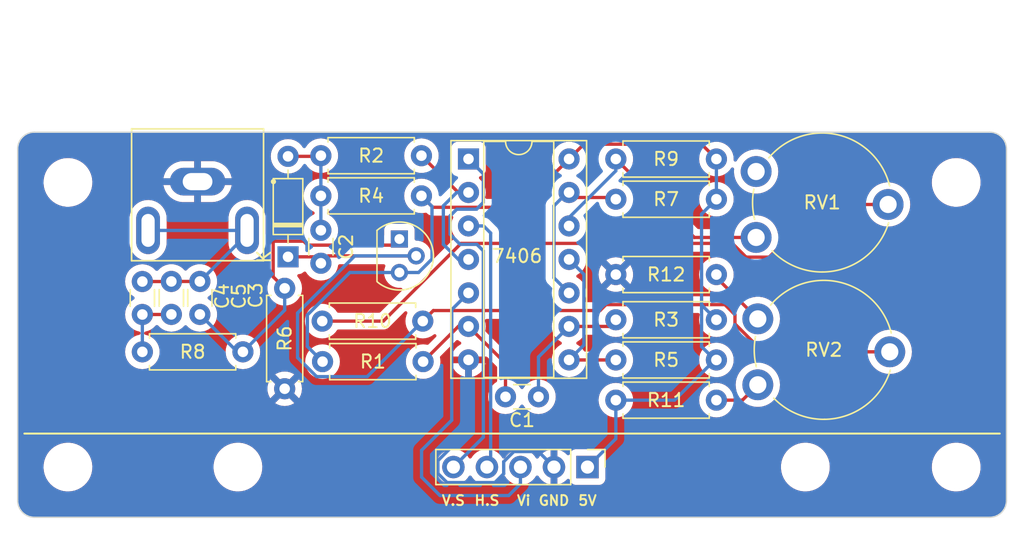
<source format=kicad_pcb>
(kicad_pcb (version 20240108) (generator "pcbnew") (generator_version "8.0")
  (layers (0 "F.Cu" signal) (31 "B.Cu" signal) (34 "B.Paste" user) (35 "F.Paste" user) (36 "B.SilkS" user "B.Silkscreen") (37 "F.SilkS" user "F.Silkscreen") (38 "B.Mask" user) (39 "F.Mask" user) (44 "Edge.Cuts" user))
  (net 0 "")
  (net 1 "Net-(C1-Pad1)")
  (net 2 "Net-(C1-Pad2)")
  (net 3 "Net-(D1-A)")
  (net 4 "B_VIDEO")
  (net 5 "Net-(Q1-E)")
  (net 6 "COMPOSITE")
  (net 7 "Net-(C4-Pad2)")
  (net 8 "+5V")
  (net 9 "Net-(R2-Pad1)")
  (net 10 "Net-(R5-Pad1)")
  (net 11 "GND")
  (net 12 "Net-(R7-Pad1)")
  (net 13 "Net-(R9-Pad1)")
  (net 14 "Net-(R10-Pad1)")
  (net 15 "Net-(R11-Pad1)")
  (net 16 "Net-(R12-Pad2)")
  (net 18 "V_SYNC")
  (net 19 "H_SYNC")
  (net 20 "VIDEO")
  (footprint "MountingHole:MountingHole_3.2mm_M3" (layer "F.Cu") (at 50.8 85.09)
    (property "Reference" "H3" (hide yes))
    (property "Value" "MountingHole")
    (pad "" np_thru_hole circle (at 0 0) (size 3.2 3.2) (drill 3.2) (layers "*.Cu" "*.Mask"))
  )
  (footprint "Capacitor_THT:C_Disc_D3.0mm_W1.6mm_P2.50mm" (layer "F.Cu") (at 56.4388 92.6084 -90)
    (property "Reference" "C4" (at 1.1176 -6.0452 90) (layer "F.SilkS"))
    (property "Value" "0.1uF MKT")
    (fp_line (start 0.621 0.92) (end 1.879 0.92) (stroke (width 0.12)) (layer "F.SilkS"))
    (fp_line (start 0.621 -0.92) (end 1.879 -0.92) (stroke (width 0.12)) (layer "F.SilkS"))
    (pad "1" thru_hole circle (at 0 0 270) (size 1.6 1.6) (drill 0.8) (layers "*.Cu" "*.Mask") (net 6 "COMPOSITE"))
    (pad "2" thru_hole circle (at 2.5 0 270) (size 1.6 1.6) (drill 0.8) (layers "*.Cu" "*.Mask") (net 7 "Net-(C4-Pad2)"))
  )
  (footprint "Connector_PinHeader_2.54mm:PinHeader_1x05_P2.54mm_Vertical" (layer "F.Cu") (at 90.17 106.68 -90)
    (property "Reference" "J2" (hide yes))
    (property "Value" "Conn_01x05_Male")
    (fp_line (start -1.33 11.49) (end 1.33 11.49) (stroke (width 0.12)) (layer "F.SilkS"))
    (fp_line (start -1.33 1.27) (end -1.33 11.49) (stroke (width 0.12)) (layer "F.SilkS"))
    (fp_line (start -1.33 1.27) (end 1.33 1.27) (stroke (width 0.12)) (layer "F.SilkS"))
    (fp_line (start 1.33 1.27) (end 1.33 11.49) (stroke (width 0.12)) (layer "F.SilkS"))
    (fp_line (start -1.33 0) (end -1.33 -1.33) (stroke (width 0.12)) (layer "F.SilkS"))
    (fp_line (start -1.33 -1.33) (end 0 -1.33) (stroke (width 0.12)) (layer "F.SilkS"))
    (pad "1" thru_hole rect (at 0 0 270) (size 1.7 1.7) (drill 1) (layers "*.Cu" "*.Mask") (net 8 "+5V"))
    (pad "2" thru_hole oval (at 0 2.54 270) (size 1.7 1.7) (drill 1) (layers "*.Cu" "*.Mask") (net 11 "GND"))
    (pad "3" thru_hole oval (at 0 5.08 270) (size 1.7 1.7) (drill 1) (layers "*.Cu" "*.Mask") (net 20 "VIDEO"))
    (pad "4" thru_hole oval (at 0 7.62 270) (size 1.7 1.7) (drill 1) (layers "*.Cu" "*.Mask") (net 19 "H_SYNC"))
    (pad "5" thru_hole oval (at 0 10.16 270) (size 1.7 1.7) (drill 1) (layers "*.Cu" "*.Mask") (net 18 "V_SYNC"))
  )
  (footprint "Capacitor_THT:C_Disc_D3.0mm_W1.6mm_P2.50mm" (layer "F.Cu") (at 58.6368 92.6014 -90)
    (property "Reference" "C5" (at 1.1246 -5.1172 90) (layer "F.SilkS"))
    (property "Value" "10uF")
    (fp_line (start 0.621 0.92) (end 1.879 0.92) (stroke (width 0.12)) (layer "F.SilkS"))
    (fp_line (start 0.621 -0.92) (end 1.879 -0.92) (stroke (width 0.12)) (layer "F.SilkS"))
    (pad "1" thru_hole circle (at 0 0 270) (size 1.6 1.6) (drill 0.8) (layers "*.Cu" "*.Mask") (net 6 "COMPOSITE"))
    (pad "2" thru_hole circle (at 2.5 0 270) (size 1.6 1.6) (drill 0.8) (layers "*.Cu" "*.Mask") (net 7 "Net-(C4-Pad2)"))
  )
  (footprint "Resistor_THT:R_Axial_DIN0207_L6.3mm_D2.5mm_P7.62mm_Horizontal" (layer "F.Cu") (at 64.0588 97.9424 180)
    (property "Reference" "R8" (at 3.81 0 0) (layer "F.SilkS"))
    (property "Value" "68R")
    (fp_line (start 7.08 1.37) (end 7.08 1.04) (stroke (width 0.12)) (layer "F.SilkS"))
    (fp_line (start 7.08 -1.37) (end 7.08 -1.04) (stroke (width 0.12)) (layer "F.SilkS"))
    (fp_line (start 0.54 1.37) (end 7.08 1.37) (stroke (width 0.12)) (layer "F.SilkS"))
    (fp_line (start 0.54 1.04) (end 0.54 1.37) (stroke (width 0.12)) (layer "F.SilkS"))
    (fp_line (start 0.54 -1.04) (end 0.54 -1.37) (stroke (width 0.12)) (layer "F.SilkS"))
    (fp_line (start 0.54 -1.37) (end 7.08 -1.37) (stroke (width 0.12)) (layer "F.SilkS"))
    (pad "1" thru_hole circle (at 0 0 180) (size 1.6 1.6) (drill 0.8) (layers "*.Cu" "*.Mask") (net 5 "Net-(Q1-E)"))
    (pad "2" thru_hole oval (at 7.62 0 180) (size 1.6 1.6) (drill 0.8) (layers "*.Cu" "*.Mask") (net 7 "Net-(C4-Pad2)"))
  )
  (footprint "Resistor_THT:R_Axial_DIN0207_L6.3mm_D2.5mm_P7.62mm_Horizontal" (layer "F.Cu") (at 92.319 92.08)
    (property "Reference" "R12" (at 3.81 0 0) (layer "F.SilkS"))
    (property "Value" "180R")
    (fp_line (start 0.54 -1.37) (end 7.08 -1.37) (stroke (width 0.12)) (layer "F.SilkS"))
    (fp_line (start 0.54 -1.04) (end 0.54 -1.37) (stroke (width 0.12)) (layer "F.SilkS"))
    (fp_line (start 0.54 1.04) (end 0.54 1.37) (stroke (width 0.12)) (layer "F.SilkS"))
    (fp_line (start 0.54 1.37) (end 7.08 1.37) (stroke (width 0.12)) (layer "F.SilkS"))
    (fp_line (start 7.08 -1.37) (end 7.08 -1.04) (stroke (width 0.12)) (layer "F.SilkS"))
    (fp_line (start 7.08 1.37) (end 7.08 1.04) (stroke (width 0.12)) (layer "F.SilkS"))
    (pad "1" thru_hole circle (at 0 0) (size 1.6 1.6) (drill 0.8) (layers "*.Cu" "*.Mask") (net 11 "GND"))
    (pad "2" thru_hole oval (at 7.62 0) (size 1.6 1.6) (drill 0.8) (layers "*.Cu" "*.Mask") (net 16 "Net-(R12-Pad2)"))
  )
  (footprint "Package_DIP:DIP-14_W7.62mm_Socket" (layer "F.Cu") (at 81.153 83.312)
    (property "Reference" "U1" (hide yes))
    (property "Value" "74LS06")
    (fp_line (start -1.33 -1.39) (end -1.33 16.63) (stroke (width 0.12)) (layer "F.SilkS"))
    (fp_line (start -1.33 16.63) (end 8.95 16.63) (stroke (width 0.12)) (layer "F.SilkS"))
    (fp_line (start 1.16 -1.33) (end 1.16 16.57) (stroke (width 0.12)) (layer "F.SilkS"))
    (fp_line (start 1.16 16.57) (end 6.46 16.57) (stroke (width 0.12)) (layer "F.SilkS"))
    (fp_line (start 2.81 -1.33) (end 1.16 -1.33) (stroke (width 0.12)) (layer "F.SilkS"))
    (fp_line (start 6.46 -1.33) (end 4.81 -1.33) (stroke (width 0.12)) (layer "F.SilkS"))
    (fp_line (start 6.46 16.57) (end 6.46 -1.33) (stroke (width 0.12)) (layer "F.SilkS"))
    (fp_line (start 8.95 -1.39) (end -1.33 -1.39) (stroke (width 0.12)) (layer "F.SilkS"))
    (fp_line (start 8.95 16.63) (end 8.95 -1.39) (stroke (width 0.12)) (layer "F.SilkS"))
    (fp_arc (start 4.81 -1.33) (mid 3.81 -0.33) (end 2.81 -1.33) (stroke (width 0.12)) (layer "F.SilkS"))
    (pad "1" thru_hole rect (at 0 0) (size 1.6 1.6) (drill 0.8) (layers "*.Cu" "*.Mask") (net 18 "V_SYNC"))
    (pad "2" thru_hole oval (at 0 2.54) (size 1.6 1.6) (drill 0.8) (layers "*.Cu" "*.Mask") (net 9 "Net-(R2-Pad1)"))
    (pad "3" thru_hole oval (at 0 5.08) (size 1.6 1.6) (drill 0.8) (layers "*.Cu" "*.Mask") (net 19 "H_SYNC"))
    (pad "4" thru_hole oval (at 0 7.62) (size 1.6 1.6) (drill 0.8) (layers "*.Cu" "*.Mask") (net 9 "Net-(R2-Pad1)"))
    (pad "5" thru_hole oval (at 0 10.16) (size 1.6 1.6) (drill 0.8) (layers "*.Cu" "*.Mask") (net 20 "VIDEO"))
    (pad "6" thru_hole oval (at 0 12.7) (size 1.6 1.6) (drill 0.8) (layers "*.Cu" "*.Mask") (net 1 "Net-(C1-Pad1)"))
    (pad "7" thru_hole oval (at 0 15.24) (size 1.6 1.6) (drill 0.8) (layers "*.Cu" "*.Mask") (net 11 "GND"))
    (pad "8" thru_hole oval (at 7.62 15.24) (size 1.6 1.6) (drill 0.8) (layers "*.Cu" "*.Mask") (net 10 "Net-(R5-Pad1)"))
    (pad "9" thru_hole oval (at 7.62 12.7) (size 1.6 1.6) (drill 0.8) (layers "*.Cu" "*.Mask") (net 2 "Net-(C1-Pad2)"))
    (pad "10" thru_hole oval (at 7.62 10.16) (size 1.6 1.6) (drill 0.8) (layers "*.Cu" "*.Mask") (net 12 "Net-(R7-Pad1)"))
    (pad "11" thru_hole oval (at 7.62 7.62) (size 1.6 1.6) (drill 0.8) (layers "*.Cu" "*.Mask") (net 10 "Net-(R5-Pad1)"))
    (pad "12" thru_hole oval (at 7.62 5.08) (size 1.6 1.6) (drill 0.8) (layers "*.Cu" "*.Mask") (net 13 "Net-(R9-Pad1)"))
    (pad "13" thru_hole oval (at 7.62 2.54) (size 1.6 1.6) (drill 0.8) (layers "*.Cu" "*.Mask") (net 12 "Net-(R7-Pad1)"))
    (pad "14" thru_hole oval (at 7.62 0) (size 1.6 1.6) (drill 0.8) (layers "*.Cu" "*.Mask") (net 8 "+5V"))
  )
  (footprint "MountingHole:MountingHole_3.2mm_M3" (layer "F.Cu") (at 50.8 106.68)
    (property "Reference" "H6" (hide yes))
    (property "Value" "MountingHole" (hide yes))
    (pad "" np_thru_hole circle (at 0 0) (size 3.2 3.2) (drill 3.2) (layers "*.Cu" "*.Mask"))
  )
  (footprint "Resistor_THT:R_Axial_DIN0207_L6.3mm_D2.5mm_P7.62mm_Horizontal" (layer "F.Cu") (at 92.319 83.317)
    (property "Reference" "R9" (at 3.81 0 0) (layer "F.SilkS"))
    (property "Value" "390R")
    (fp_line (start 0.54 -1.37) (end 7.08 -1.37) (stroke (width 0.12)) (layer "F.SilkS"))
    (fp_line (start 0.54 -1.04) (end 0.54 -1.37) (stroke (width 0.12)) (layer "F.SilkS"))
    (fp_line (start 0.54 1.04) (end 0.54 1.37) (stroke (width 0.12)) (layer "F.SilkS"))
    (fp_line (start 0.54 1.37) (end 7.08 1.37) (stroke (width 0.12)) (layer "F.SilkS"))
    (fp_line (start 7.08 -1.37) (end 7.08 -1.04) (stroke (width 0.12)) (layer "F.SilkS"))
    (fp_line (start 7.08 1.37) (end 7.08 1.04) (stroke (width 0.12)) (layer "F.SilkS"))
    (pad "1" thru_hole circle (at 0 0) (size 1.6 1.6) (drill 0.8) (layers "*.Cu" "*.Mask") (net 13 "Net-(R9-Pad1)"))
    (pad "2" thru_hole oval (at 7.62 0) (size 1.6 1.6) (drill 0.8) (layers "*.Cu" "*.Mask") (net 8 "+5V"))
  )
  (footprint "MountingHole:MountingHole_3.2mm_M3" (layer "F.Cu") (at 63.68 106.68)
    (property "Reference" "H2" (hide yes))
    (property "Value" "MountingHole" (hide yes))
    (pad "" np_thru_hole circle (at 0 0) (size 3.2 3.2) (drill 3.2) (layers "*.Cu" "*.Mask"))
  )
  (footprint "Resistor_THT:R_Axial_DIN0207_L6.3mm_D2.5mm_P7.62mm_Horizontal" (layer "F.Cu") (at 92.319 86.365)
    (property "Reference" "R7" (at 3.81 0 0) (layer "F.SilkS"))
    (property "Value" "270R")
    (fp_line (start 0.54 -1.37) (end 7.08 -1.37) (stroke (width 0.12)) (layer "F.SilkS"))
    (fp_line (start 0.54 -1.04) (end 0.54 -1.37) (stroke (width 0.12)) (layer "F.SilkS"))
    (fp_line (start 0.54 1.04) (end 0.54 1.37) (stroke (width 0.12)) (layer "F.SilkS"))
    (fp_line (start 0.54 1.37) (end 7.08 1.37) (stroke (width 0.12)) (layer "F.SilkS"))
    (fp_line (start 7.08 -1.37) (end 7.08 -1.04) (stroke (width 0.12)) (layer "F.SilkS"))
    (fp_line (start 7.08 1.37) (end 7.08 1.04) (stroke (width 0.12)) (layer "F.SilkS"))
    (pad "1" thru_hole circle (at 0 0) (size 1.6 1.6) (drill 0.8) (layers "*.Cu" "*.Mask") (net 12 "Net-(R7-Pad1)"))
    (pad "2" thru_hole oval (at 7.62 0) (size 1.6 1.6) (drill 0.8) (layers "*.Cu" "*.Mask") (net 8 "+5V"))
  )
  (footprint "Package_TO_SOT_THT:TO-92L" (layer "F.Cu") (at 75.9178 89.383 -90)
    (property "Reference" "Q1" (hide yes))
    (property "Value" "2N2222")
    (fp_line (start -0.65 1.7) (end 3.2 1.7) (stroke (width 0.12)) (layer "F.SilkS"))
    (fp_arc (start -0.65 1.7) (mid 1.283448 -2.579449) (end 3.238611 1.690122) (stroke (width 0.12)) (layer "F.SilkS"))
    (pad "1" thru_hole rect (at 0 0 270) (size 1.3 1.3) (drill 0.75) (layers "*.Cu" "*.Mask") (net 5 "Net-(Q1-E)"))
    (pad "2" thru_hole circle (at 1.28 -1.27 270) (size 1.3 1.3) (drill 0.75) (layers "*.Cu" "*.Mask") (net 4 "B_VIDEO"))
    (pad "3" thru_hole circle (at 2.54 0 270) (size 1.3 1.3) (drill 0.75) (layers "*.Cu" "*.Mask") (net 8 "+5V"))
  )
  (footprint "Capacitor_THT:C_Disc_D3.0mm_W1.6mm_P2.50mm" (layer "F.Cu") (at 69.967 88.7218 -90)
    (property "Reference" "C2" (at 1.25 -1.915 90) (layer "F.SilkS"))
    (property "Value" "0.22uF MKT")
    (fp_line (start 0.621 0.92) (end 1.879 0.92) (stroke (width 0.12)) (layer "F.SilkS"))
    (fp_line (start 0.621 -0.92) (end 1.879 -0.92) (stroke (width 0.12)) (layer "F.SilkS"))
    (pad "1" thru_hole circle (at 0 0 270) (size 1.6 1.6) (drill 0.8) (layers "*.Cu" "*.Mask") (net 3 "Net-(D1-A)"))
    (pad "2" thru_hole circle (at 2.5 0 270) (size 1.6 1.6) (drill 0.8) (layers "*.Cu" "*.Mask") (net 4 "B_VIDEO"))
  )
  (footprint "Diode_THT:D_DO-35_SOD27_P7.62mm_Horizontal" (layer "F.Cu") (at 67.4778 90.7338 90)
    (property "Reference" "D1" (hide yes))
    (property "Value" "1N4148")
    (fp_line (start 5.93 -1.12) (end 1.69 -1.12) (stroke (width 0.12)) (layer "F.SilkS"))
    (fp_line (start 2.53 -1.12) (end 2.53 1.12) (stroke (width 0.12)) (layer "F.SilkS"))
    (fp_line (start 2.41 -1.12) (end 2.41 1.12) (stroke (width 0.12)) (layer "F.SilkS"))
    (fp_line (start 2.29 -1.12) (end 2.29 1.12) (stroke (width 0.12)) (layer "F.SilkS"))
    (fp_line (start 1.69 -1.12) (end 1.69 1.12) (stroke (width 0.12)) (layer "F.SilkS"))
    (fp_line (start 6.58 0) (end 5.93 0) (stroke (width 0.12)) (layer "F.SilkS"))
    (fp_line (start 1.04 0) (end 1.69 0) (stroke (width 0.12)) (layer "F.SilkS"))
    (fp_line (start 5.93 1.12) (end 5.93 -1.12) (stroke (width 0.12)) (layer "F.SilkS"))
    (fp_line (start 1.69 1.12) (end 5.93 1.12) (stroke (width 0.12)) (layer "F.SilkS"))
    (fp_text user "K" (at 0 -1.8 90) (layer "F.SilkS"))
    (pad "1" thru_hole rect (at 0 0 90) (size 1.6 1.6) (drill 0.8) (layers "*.Cu" "*.Mask") (net 4 "B_VIDEO"))
    (pad "2" thru_hole oval (at 7.62 0 90) (size 1.6 1.6) (drill 0.8) (layers "*.Cu" "*.Mask") (net 3 "Net-(D1-A)"))
  )
  (footprint "Resistor_THT:R_Axial_DIN0207_L6.3mm_D2.5mm_P7.62mm_Horizontal" (layer "F.Cu") (at 77.587 86.111 180)
    (property "Reference" "R4" (at 3.81 0 0) (layer "F.SilkS"))
    (property "Value" "150R")
    (fp_line (start 7.08 1.37) (end 7.08 1.04) (stroke (width 0.12)) (layer "F.SilkS"))
    (fp_line (start 7.08 -1.37) (end 7.08 -1.04) (stroke (width 0.12)) (layer "F.SilkS"))
    (fp_line (start 0.54 1.37) (end 7.08 1.37) (stroke (width 0.12)) (layer "F.SilkS"))
    (fp_line (start 0.54 1.04) (end 0.54 1.37) (stroke (width 0.12)) (layer "F.SilkS"))
    (fp_line (start 0.54 -1.04) (end 0.54 -1.37) (stroke (width 0.12)) (layer "F.SilkS"))
    (fp_line (start 0.54 -1.37) (end 7.08 -1.37) (stroke (width 0.12)) (layer "F.SilkS"))
    (pad "1" thru_hole circle (at 0 0 180) (size 1.6 1.6) (drill 0.8) (layers "*.Cu" "*.Mask") (net 8 "+5V"))
    (pad "2" thru_hole oval (at 7.62 0 180) (size 1.6 1.6) (drill 0.8) (layers "*.Cu" "*.Mask") (net 3 "Net-(D1-A)"))
  )
  (footprint "Resistor_THT:R_Axial_DIN0207_L6.3mm_D2.5mm_P7.62mm_Horizontal" (layer "F.Cu") (at 92.319 95.509)
    (property "Reference" "R3" (at 3.81 0 0) (layer "F.SilkS"))
    (property "Value" "10kR")
    (fp_line (start 0.54 -1.37) (end 7.08 -1.37) (stroke (width 0.12)) (layer "F.SilkS"))
    (fp_line (start 0.54 -1.04) (end 0.54 -1.37) (stroke (width 0.12)) (layer "F.SilkS"))
    (fp_line (start 0.54 1.04) (end 0.54 1.37) (stroke (width 0.12)) (layer "F.SilkS"))
    (fp_line (start 0.54 1.37) (end 7.08 1.37) (stroke (width 0.12)) (layer "F.SilkS"))
    (fp_line (start 7.08 -1.37) (end 7.08 -1.04) (stroke (width 0.12)) (layer "F.SilkS"))
    (fp_line (start 7.08 1.37) (end 7.08 1.04) (stroke (width 0.12)) (layer "F.SilkS"))
    (pad "1" thru_hole circle (at 0 0) (size 1.6 1.6) (drill 0.8) (layers "*.Cu" "*.Mask") (net 2 "Net-(C1-Pad2)"))
    (pad "2" thru_hole oval (at 7.62 0) (size 1.6 1.6) (drill 0.8) (layers "*.Cu" "*.Mask") (net 8 "+5V"))
  )
  (footprint "Resistor_THT:R_Axial_DIN0207_L6.3mm_D2.5mm_P7.62mm_Horizontal" (layer "F.Cu") (at 70.094 98.684)
    (property "Reference" "R1" (at 3.81 0 0) (layer "F.SilkS"))
    (property "Value" "330R")
    (fp_line (start 0.54 -1.37) (end 7.08 -1.37) (stroke (width 0.12)) (layer "F.SilkS"))
    (fp_line (start 0.54 -1.04) (end 0.54 -1.37) (stroke (width 0.12)) (layer "F.SilkS"))
    (fp_line (start 0.54 1.04) (end 0.54 1.37) (stroke (width 0.12)) (layer "F.SilkS"))
    (fp_line (start 0.54 1.37) (end 7.08 1.37) (stroke (width 0.12)) (layer "F.SilkS"))
    (fp_line (start 7.08 -1.37) (end 7.08 -1.04) (stroke (width 0.12)) (layer "F.SilkS"))
    (fp_line (start 7.08 1.37) (end 7.08 1.04) (stroke (width 0.12)) (layer "F.SilkS"))
    (pad "1" thru_hole circle (at 0 0) (size 1.6 1.6) (drill 0.8) (layers "*.Cu" "*.Mask") (net 8 "+5V"))
    (pad "2" thru_hole oval (at 7.62 0) (size 1.6 1.6) (drill 0.8) (layers "*.Cu" "*.Mask") (net 1 "Net-(C1-Pad1)"))
  )
  (footprint "Resistor_THT:R_Axial_DIN0207_L6.3mm_D2.5mm_P7.62mm_Horizontal" (layer "F.Cu") (at 92.319 98.557)
    (property "Reference" "R5" (at 3.81 0 0) (layer "F.SilkS"))
    (property "Value" "330R")
    (fp_line (start 0.54 -1.37) (end 7.08 -1.37) (stroke (width 0.12)) (layer "F.SilkS"))
    (fp_line (start 0.54 -1.04) (end 0.54 -1.37) (stroke (width 0.12)) (layer "F.SilkS"))
    (fp_line (start 0.54 1.04) (end 0.54 1.37) (stroke (width 0.12)) (layer "F.SilkS"))
    (fp_line (start 0.54 1.37) (end 7.08 1.37) (stroke (width 0.12)) (layer "F.SilkS"))
    (fp_line (start 7.08 -1.37) (end 7.08 -1.04) (stroke (width 0.12)) (layer "F.SilkS"))
    (fp_line (start 7.08 1.37) (end 7.08 1.04) (stroke (width 0.12)) (layer "F.SilkS"))
    (pad "1" thru_hole circle (at 0 0) (size 1.6 1.6) (drill 0.8) (layers "*.Cu" "*.Mask") (net 10 "Net-(R5-Pad1)"))
    (pad "2" thru_hole oval (at 7.62 0) (size 1.6 1.6) (drill 0.8) (layers "*.Cu" "*.Mask") (net 8 "+5V"))
  )
  (footprint "Potentiometer_THT:Potentiometer_Piher_PT-10-V10_Vertical" (layer "F.Cu") (at 103.077 100.44)
    (property "Reference" "RV2" (at 5 -2.65 0) (layer "F.SilkS"))
    (property "Value" "500R")
    (fp_arc (start -0.11439 -1.375119) (mid -0.269093 -2.512295) (end -0.174 -3.656) (stroke (width 0.12)) (layer "F.SilkS"))
    (fp_arc (start 0.963379 -6.038474) (mid 6.186565 -7.784991) (end 10.114 -3.924) (stroke (width 0.12)) (layer "F.SilkS"))
    (fp_arc (start 5.09203 2.619358) (mid 2.983245 2.219015) (end 1.209 1.011) (stroke (width 0.12)) (layer "F.SilkS"))
    (fp_arc (start 10.039726 -1.109201) (mid 8.134716 1.586326) (end 5 2.62) (stroke (width 0.12)) (layer "F.SilkS"))
    (pad "1" thru_hole circle (at 0 0) (size 2.34 2.34) (drill 1.3) (layers "*.Cu" "*.Mask") (net 15 "Net-(R11-Pad1)"))
    (pad "2" thru_hole circle (at 10 -2.5) (size 2.34 2.34) (drill 1.3) (layers "*.Cu" "*.Mask") (net 4 "B_VIDEO"))
    (pad "3" thru_hole circle (at 0 -5) (size 2.34 2.34) (drill 1.3) (layers "*.Cu" "*.Mask") (net 16 "Net-(R12-Pad2)"))
  )
  (footprint "Resistor_THT:R_Axial_DIN0207_L6.3mm_D2.5mm_P7.62mm_Horizontal" (layer "F.Cu") (at 67.2238 100.7414 90)
    (property "Reference" "R6" (at 3.81 0 90) (layer "F.SilkS"))
    (property "Value" "100R")
    (fp_line (start 7.08 -1.37) (end 7.08 -1.04) (stroke (width 0.12)) (layer "F.SilkS"))
    (fp_line (start 0.54 -1.37) (end 7.08 -1.37) (stroke (width 0.12)) (layer "F.SilkS"))
    (fp_line (start 0.54 -1.04) (end 0.54 -1.37) (stroke (width 0.12)) (layer "F.SilkS"))
    (fp_line (start 0.54 1.04) (end 0.54 1.37) (stroke (width 0.12)) (layer "F.SilkS"))
    (fp_line (start 7.08 1.37) (end 7.08 1.04) (stroke (width 0.12)) (layer "F.SilkS"))
    (fp_line (start 0.54 1.37) (end 7.08 1.37) (stroke (width 0.12)) (layer "F.SilkS"))
    (pad "1" thru_hole circle (at 0 0 90) (size 1.6 1.6) (drill 0.8) (layers "*.Cu" "*.Mask") (net 11 "GND"))
    (pad "2" thru_hole oval (at 7.62 0 90) (size 1.6 1.6) (drill 0.8) (layers "*.Cu" "*.Mask") (net 5 "Net-(Q1-E)"))
  )
  (footprint "footprints:SWITCHCRAFT_PJRAN1X1U04X" (layer "F.Cu") (at 60.6225 85.03 180)
    (property "Reference" "J1" (hide yes))
    (property "Value" "PJRAN1X1U04X" (hide yes))
    (fp_line (start 5 4) (end 5 -6) (stroke (width 0.127)) (layer "F.SilkS"))
    (fp_line (start 5 -6) (end -5 -6) (stroke (width 0.127)) (layer "F.SilkS"))
    (fp_line (start -5 4) (end 5 4) (stroke (width 0.127)) (layer "F.SilkS"))
    (fp_line (start -5 -6) (end -5 4) (stroke (width 0.127)) (layer "F.SilkS"))
    (fp_circle (center -5.75 0) (end -5.65 0) (stroke (width 0.2)) (fill none) (layer "F.SilkS"))
    (pad "1" thru_hole oval (at 0 0 180) (size 4.2 2.1) (drill oval 2.25 1.3) (layers "*.Cu" "*.Mask") (net 11 "GND"))
    (pad "2" thru_hole oval (at -3.75 -3.7 180) (size 1.8 3.6) (drill oval 1 2.5) (layers "*.Cu" "*.Mask") (net 6 "COMPOSITE"))
    (pad "3" thru_hole oval (at 3.75 -3.7 180) (size 1.8 3.6) (drill oval 1 2.5) (layers "*.Cu" "*.Mask") (net 6 "COMPOSITE"))
  )
  (footprint "Capacitor_THT:C_Disc_D3.0mm_W1.6mm_P2.50mm" (layer "F.Cu") (at 60.7958 95.1014 90)
    (property "Reference" "C3" (at 1.44 4.2282 90) (layer "F.SilkS"))
    (property "Value" "0.001 uF")
    (fp_line (start 0.621 -0.92) (end 1.879 -0.92) (stroke (width 0.12)) (layer "F.SilkS"))
    (fp_line (start 0.621 0.92) (end 1.879 0.92) (stroke (width 0.12)) (layer "F.SilkS"))
    (pad "1" thru_hole circle (at 0 0 90) (size 1.6 1.6) (drill 0.8) (layers "*.Cu" "*.Mask") (net 5 "Net-(Q1-E)"))
    (pad "2" thru_hole circle (at 2.5 0 90) (size 1.6 1.6) (drill 0.8) (layers "*.Cu" "*.Mask") (net 6 "COMPOSITE"))
  )
  (footprint "MountingHole:MountingHole_3.2mm_M3" (layer "F.Cu") (at 106.68 106.68)
    (property "Reference" "H1" (hide yes))
    (property "Value" "MountingHole")
    (pad "" np_thru_hole circle (at 0 0) (size 3.2 3.2) (drill 3.2) (layers "*.Cu" "*.Mask"))
  )
  (footprint "Resistor_THT:R_Axial_DIN0207_L6.3mm_D2.5mm_P7.62mm_Horizontal" (layer "F.Cu") (at 99.939 101.605 180)
    (property "Reference" "R11" (at 3.81 0 0) (layer "F.SilkS"))
    (property "Value" "150R")
    (fp_line (start 7.08 1.37) (end 7.08 1.04) (stroke (width 0.12)) (layer "F.SilkS"))
    (fp_line (start 7.08 -1.37) (end 7.08 -1.04) (stroke (width 0.12)) (layer "F.SilkS"))
    (fp_line (start 0.54 1.37) (end 7.08 1.37) (stroke (width 0.12)) (layer "F.SilkS"))
    (fp_line (start 0.54 1.04) (end 0.54 1.37) (stroke (width 0.12)) (layer "F.SilkS"))
    (fp_line (start 0.54 -1.04) (end 0.54 -1.37) (stroke (width 0.12)) (layer "F.SilkS"))
    (fp_line (start 0.54 -1.37) (end 7.08 -1.37) (stroke (width 0.12)) (layer "F.SilkS"))
    (pad "1" thru_hole circle (at 0 0 180) (size 1.6 1.6) (drill 0.8) (layers "*.Cu" "*.Mask") (net 15 "Net-(R11-Pad1)"))
    (pad "2" thru_hole oval (at 7.62 0 180) (size 1.6 1.6) (drill 0.8) (layers "*.Cu" "*.Mask") (net 8 "+5V"))
  )
  (footprint "Resistor_THT:R_Axial_DIN0207_L6.3mm_D2.5mm_P7.62mm_Horizontal" (layer "F.Cu") (at 70.0686 95.6106)
    (property "Reference" "R10" (at 3.81 0 0) (layer "F.SilkS"))
    (property "Value" "150R")
    (fp_line (start 0.54 -1.37) (end 7.08 -1.37) (stroke (width 0.12)) (layer "F.SilkS"))
    (fp_line (start 0.54 -1.04) (end 0.54 -1.37) (stroke (width 0.12)) (layer "F.SilkS"))
    (fp_line (start 0.54 1.04) (end 0.54 1.37) (stroke (width 0.12)) (layer "F.SilkS"))
    (fp_line (start 0.54 1.37) (end 7.08 1.37) (stroke (width 0.12)) (layer "F.SilkS"))
    (fp_line (start 7.08 -1.37) (end 7.08 -1.04) (stroke (width 0.12)) (layer "F.SilkS"))
    (fp_line (start 7.08 1.37) (end 7.08 1.04) (stroke (width 0.12)) (layer "F.SilkS"))
    (pad "1" thru_hole circle (at 0 0) (size 1.6 1.6) (drill 0.8) (layers "*.Cu" "*.Mask") (net 14 "Net-(R10-Pad1)"))
    (pad "2" thru_hole oval (at 7.62 0) (size 1.6 1.6) (drill 0.8) (layers "*.Cu" "*.Mask") (net 4 "B_VIDEO"))
  )
  (footprint "Resistor_THT:R_Axial_DIN0207_L6.3mm_D2.5mm_P7.62mm_Horizontal" (layer "F.Cu") (at 77.587 83.063 180)
    (property "Reference" "R2" (at 3.81 0 0) (layer "F.SilkS"))
    (property "Value" "150R")
    (fp_line (start 7.08 1.37) (end 7.08 1.04) (stroke (width 0.12)) (layer "F.SilkS"))
    (fp_line (start 7.08 -1.37) (end 7.08 -1.04) (stroke (width 0.12)) (layer "F.SilkS"))
    (fp_line (start 0.54 1.37) (end 7.08 1.37) (stroke (width 0.12)) (layer "F.SilkS"))
    (fp_line (start 0.54 1.04) (end 0.54 1.37) (stroke (width 0.12)) (layer "F.SilkS"))
    (fp_line (start 0.54 -1.04) (end 0.54 -1.37) (stroke (width 0.12)) (layer "F.SilkS"))
    (fp_line (start 0.54 -1.37) (end 7.08 -1.37) (stroke (width 0.12)) (layer "F.SilkS"))
    (pad "1" thru_hole circle (at 0 0 180) (size 1.6 1.6) (drill 0.8) (layers "*.Cu" "*.Mask") (net 9 "Net-(R2-Pad1)"))
    (pad "2" thru_hole oval (at 7.62 0 180) (size 1.6 1.6) (drill 0.8) (layers "*.Cu" "*.Mask") (net 3 "Net-(D1-A)"))
  )
  (footprint "MountingHole:MountingHole_3.2mm_M3" (layer "F.Cu") (at 118.11 106.68)
    (property "Reference" "H4" (hide yes))
    (property "Value" "MountingHole")
    (pad "" np_thru_hole circle (at 0 0) (size 3.2 3.2) (drill 3.2) (layers "*.Cu" "*.Mask"))
  )
  (footprint "MountingHole:MountingHole_3.2mm_M3" (layer "F.Cu") (at 118.11 85.09)
    (property "Reference" "H5" (hide yes))
    (property "Value" "MountingHole")
    (pad "" np_thru_hole circle (at 0 0) (size 3.2 3.2) (drill 3.2) (layers "*.Cu" "*.Mask"))
  )
  (footprint "Capacitor_THT:C_Disc_D3.0mm_W1.6mm_P2.50mm" (layer "F.Cu") (at 83.957 101.351)
    (property "Reference" "C1" (at 1.25 1.773 0) (layer "F.SilkS"))
    (property "Value" "0.1uF MKT")
    (fp_line (start 0.621 -0.92) (end 1.879 -0.92) (stroke (width 0.12)) (layer "F.SilkS"))
    (fp_line (start 0.621 0.92) (end 1.879 0.92) (stroke (width 0.12)) (layer "F.SilkS"))
    (pad "1" thru_hole circle (at 0 0) (size 1.6 1.6) (drill 0.8) (layers "*.Cu" "*.Mask") (net 1 "Net-(C1-Pad1)"))
    (pad "2" thru_hole circle (at 2.5 0) (size 1.6 1.6) (drill 0.8) (layers "*.Cu" "*.Mask") (net 2 "Net-(C1-Pad2)"))
  )
  (footprint "Potentiometer_THT:Potentiometer_Piher_PT-10-V10_Vertical" (layer "F.Cu") (at 102.95 89.264)
    (property "Reference" "RV1" (at 5 -2.65 0) (layer "F.SilkS"))
    (property "Value" "500R")
    (fp_arc (start -0.11439 -1.375119) (mid -0.269093 -2.512295) (end -0.174 -3.656) (stroke (width 0.12)) (layer "F.SilkS"))
    (fp_arc (start 0.963379 -6.038474) (mid 6.186565 -7.784991) (end 10.114 -3.924) (stroke (width 0.12)) (layer "F.SilkS"))
    (fp_arc (start 5.09203 2.619358) (mid 2.983245 2.219015) (end 1.209 1.011) (stroke (width 0.12)) (layer "F.SilkS"))
    (fp_arc (start 10.039726 -1.109201) (mid 8.134716 1.586326) (end 5 2.62) (stroke (width 0.12)) (layer "F.SilkS"))
    (pad "1" thru_hole circle (at 0 0) (size 2.34 2.34) (drill 1.3) (layers "*.Cu" "*.Mask") (net 13 "Net-(R9-Pad1)"))
    (pad "2" thru_hole circle (at 10 -2.5) (size 2.34 2.34) (drill 1.3) (layers "*.Cu" "*.Mask") (net 14 "Net-(R10-Pad1)"))
    (pad "3" thru_hole circle (at 0 -5) (size 2.34 2.34) (drill 1.3) (layers "*.Cu" "*.Mask"))
  )
  (gr_line (start 47.498 104.14) (end 121.412 104.14) (stroke (width 0.15)) (layer "F.SilkS"))
  (gr_arc (start 48.26 110.49) (mid 47.361974 110.118026) (end 46.99 109.22) (stroke (width 0.1)) (layer "Edge.Cuts"))
  (gr_arc (start 46.99 82.55) (mid 47.361974 81.651974) (end 48.26 81.28) (stroke (width 0.1)) (layer "Edge.Cuts"))
  (gr_line (start 121.92 82.55) (end 121.92 109.22) (stroke (width 0.1)) (layer "Edge.Cuts"))
  (gr_arc (start 120.65 81.28) (mid 121.548026 81.651974) (end 121.92 82.55) (stroke (width 0.1)) (layer "Edge.Cuts"))
  (gr_arc (start 121.92 109.22) (mid 121.548026 110.118026) (end 120.65 110.49) (stroke (width 0.1)) (layer "Edge.Cuts"))
  (gr_line (start 48.26 81.28) (end 120.65 81.28) (stroke (width 0.1)) (layer "Edge.Cuts"))
  (gr_line (start 46.99 109.22) (end 46.99 82.55) (stroke (width 0.1)) (layer "Edge.Cuts"))
  (gr_line (start 120.65 110.49) (end 48.26 110.49) (stroke (width 0.1)) (layer "Edge.Cuts"))
  (gr_text "7406" (at 84.836 90.678 0) (layer "F.SilkS") (effects (font (size 1 1))))
  (gr_text "Vi" (at 85.344 109.22 0) (layer "F.SilkS") (effects (font (size 0.75 0.75))))
  (gr_text "V.S" (at 80.01 109.22 0) (layer "F.SilkS") (effects (font (size 0.75 0.75))))
  (gr_text "GND" (at 87.63 109.22 0) (layer "F.SilkS") (effects (font (size 0.75 0.75))))
  (gr_text "H.S" (at 82.55 109.22 0) (layer "F.SilkS") (effects (font (size 0.75 0.75))))
  (gr_text "5V" (at 90.17 109.22 0) (layer "F.SilkS") (effects (font (size 0.75 0.75))))
  (segment (start 80.386 96.012) (end 81.153 96.012) (width 0.25) (layer "F.Cu") (net 1))
  (segment (start 83.957 98.816) (end 83.957 101.351) (width 0.25) (layer "F.Cu") (net 1))
  (segment (start 77.714 98.684) (end 80.386 96.012) (width 0.25) (layer "F.Cu") (net 1))
  (segment (start 81.153 96.012) (end 83.957 98.816) (width 0.25) (layer "F.Cu") (net 1))
  (segment (start 91.816 96.012) (end 92.319 95.509) (width 0.25) (layer "F.Cu") (net 2))
  (segment (start 88.773 96.012) (end 91.816 96.012) (width 0.25) (layer "F.Cu") (net 2))
  (segment (start 86.457 101.351) (end 86.457 98.328) (width 0.25) (layer "B.Cu") (net 2))
  (segment (start 86.457 98.328) (end 88.773 96.012) (width 0.25) (layer "B.Cu") (net 2))
  (segment (start 69.9162 83.1138) (end 69.967 83.063) (width 0.25) (layer "F.Cu") (net 3))
  (segment (start 67.4778 83.1138) (end 69.9162 83.1138) (width 0.25) (layer "F.Cu") (net 3))
  (segment (start 69.967 83.063) (end 69.967 86.111) (width 0.25) (layer "B.Cu") (net 3))
  (segment (start 69.967 86.111) (end 69.967 88.7218) (width 0.25) (layer "B.Cu") (net 3))
  (segment (start 101.346 95.123) (end 101.346 95.82325) (width 0.25) (layer "F.Cu") (net 4))
  (segment (start 69.967 91.2218) (end 70.5258 90.663) (width 0.25) (layer "F.Cu") (net 4))
  (segment (start 91.567 94.361) (end 100.584 94.361) (width 0.25) (layer "F.Cu") (net 4))
  (segment (start 78.488599 94.810601) (end 91.117399 94.810601) (width 0.25) (layer "F.Cu") (net 4))
  (segment (start 67.4778 90.7338) (end 69.479 90.7338) (width 0.25) (layer "F.Cu") (net 4))
  (segment (start 101.346 95.82325) (end 103.46275 97.94) (width 0.25) (layer "F.Cu") (net 4))
  (segment (start 69.479 90.7338) (end 69.967 91.2218) (width 0.25) (layer "F.Cu") (net 4))
  (segment (start 100.584 94.361) (end 101.346 95.123) (width 0.25) (layer "F.Cu") (net 4))
  (segment (start 70.5258 90.663) (end 77.1878 90.663) (width 0.25) (layer "F.Cu") (net 4))
  (segment (start 77.6886 95.6106) (end 78.488599 94.810601) (width 0.25) (layer "F.Cu") (net 4))
  (segment (start 103.46275 97.94) (end 113.077 97.94) (width 0.25) (layer "F.Cu") (net 4))
  (segment (start 91.117399 94.810601) (end 91.567 94.361) (width 0.25) (layer "F.Cu") (net 4))
  (segment (start 68.199 98.379991) (end 69.641009 99.822) (width 0.25) (layer "B.Cu") (net 4))
  (segment (start 72.532 90.663) (end 68.199 94.996) (width 0.25) (layer "B.Cu") (net 4))
  (segment (start 68.199 94.996) (end 68.199 98.379991) (width 0.25) (layer "B.Cu") (net 4))
  (segment (start 73.4772 99.822) (end 77.6886 95.6106) (width 0.25) (layer "B.Cu") (net 4))
  (segment (start 69.641009 99.822) (end 73.4772 99.822) (width 0.25) (layer "B.Cu") (net 4))
  (segment (start 77.1878 90.663) (end 72.532 90.663) (width 0.25) (layer "B.Cu") (net 4))
  (segment (start 75.454 89.8468) (end 75.9178 89.383) (width 0.25) (layer "F.Cu") (net 5))
  (segment (start 68.961 89.8468) (end 75.454 89.8468) (width 0.25) (layer "F.Cu") (net 5))
  (segment (start 67.2238 93.1214) (end 66.3528 92.2504) (width 0.25) (layer "F.Cu") (net 5))
  (segment (start 66.413704 89.547896) (end 68.662096 89.547896) (width 0.25) (layer "F.Cu") (net 5))
  (segment (start 66.3528 89.6088) (end 66.413704 89.547896) (width 0.25) (layer "F.Cu") (net 5))
  (segment (start 66.3528 92.2504) (end 66.3528 89.6088) (width 0.25) (layer "F.Cu") (net 5))
  (segment (start 68.662096 89.547896) (end 68.961 89.8468) (width 0.25) (layer "F.Cu") (net 5))
  (segment (start 60.7958 95.1014) (end 63.6368 97.9424) (width 0.25) (layer "B.Cu") (net 5))
  (segment (start 67.2238 94.7774) (end 64.0588 97.9424) (width 0.25) (layer "B.Cu") (net 5))
  (segment (start 67.2238 93.1214) (end 67.2238 94.7774) (width 0.25) (layer "B.Cu") (net 5))
  (segment (start 63.6368 97.9424) (end 64.0588 97.9424) (width 0.25) (layer "B.Cu") (net 5))
  (segment (start 58.6298 92.6084) (end 58.6368 92.6014) (width 0.25) (layer "F.Cu") (net 6))
  (segment (start 56.4388 92.6084) (end 58.6298 92.6084) (width 0.25) (layer "F.Cu") (net 6))
  (segment (start 58.6368 92.6014) (end 60.7958 92.6014) (width 0.25) (layer "F.Cu") (net 6))
  (segment (start 60.6225 92.4281) (end 60.7958 92.6014) (width 0.25) (layer "B.Cu") (net 6))
  (segment (start 64.3725 89.0247) (end 60.7958 92.6014) (width 0.25) (layer "B.Cu") (net 6))
  (segment (start 64.3725 88.73) (end 64.3725 89.0247) (width 0.25) (layer "B.Cu") (net 6))
  (segment (start 64.3725 88.73) (end 56.8725 88.73) (width 0.25) (layer "B.Cu") (net 6))
  (segment (start 56.4388 95.1084) (end 58.6298 95.1084) (width 0.25) (layer "F.Cu") (net 7))
  (segment (start 58.6298 95.1084) (end 58.6368 95.1014) (width 0.25) (layer "F.Cu") (net 7))
  (segment (start 56.4388 95.1084) (end 56.4388 97.9424) (width 0.25) (layer "B.Cu") (net 7))
  (segment (start 78.453 86.977) (end 85.108 86.977) (width 0.25) (layer "F.Cu") (net 8))
  (segment (start 98.814 82.192) (end 99.939 83.317) (width 0.25) (layer "F.Cu") (net 8))
  (segment (start 89.893 82.192) (end 98.814 82.192) (width 0.25) (layer "F.Cu") (net 8))
  (segment (start 85.108 86.977) (end 88.773 83.312) (width 0.25) (layer "F.Cu") (net 8))
  (segment (start 88.773 83.312) (end 89.893 82.192) (width 0.25) (layer "F.Cu") (net 8))
  (segment (start 77.587 86.111) (end 78.453 86.977) (width 0.25) (layer "F.Cu") (net 8))
  (segment (start 70.094 98.684) (end 68.9436 97.5336) (width 0.25) (layer "B.Cu") (net 8))
  (segment (start 98.814 87.49) (end 98.814 94.384) (width 0.25) (layer "B.Cu") (net 8))
  (segment (start 92.319 101.605) (end 92.319 104.531) (width 0.25) (layer "B.Cu") (net 8))
  (segment (start 78.386999 90.904001) (end 77.368 91.923) (width 0.25) (layer "B.Cu") (net 8))
  (segment (start 92.319 104.531) (end 90.17 106.68) (width 0.25) (layer "B.Cu") (net 8))
  (segment (start 99.939 98.557) (end 99.817 98.557) (width 0.25) (layer "B.Cu") (net 8))
  (segment (start 99.939 86.365) (end 98.814 87.49) (width 0.25) (layer "B.Cu") (net 8))
  (segment (start 98.814 97.544) (end 99.827 98.557) (width 0.25) (layer "B.Cu") (net 8))
  (segment (start 98.814 94.384) (end 98.814 97.544) (width 0.25) (layer "B.Cu") (net 8))
  (segment (start 77.587 86.111) (end 78.386999 86.910999) (width 0.25) (layer "B.Cu") (net 8))
  (segment (start 72.161 91.923) (end 75.9178 91.923) (width 0.25) (layer "B.Cu") (net 8))
  (segment (start 68.9436 97.5336) (end 68.9436 95.1404) (width 0.25) (layer "B.Cu") (net 8))
  (segment (start 77.368 91.923) (end 75.9178 91.923) (width 0.25) (layer "B.Cu") (net 8))
  (segment (start 99.827 98.557) (end 99.939 98.557) (width 0.25) (layer "B.Cu") (net 8))
  (segment (start 68.9436 95.1404) (end 72.161 91.923) (width 0.25) (layer "B.Cu") (net 8))
  (segment (start 78.386999 86.910999) (end 78.386999 90.904001) (width 0.25) (layer "B.Cu") (net 8))
  (segment (start 99.939 83.317) (end 99.939 86.365) (width 0.25) (layer "B.Cu") (net 8))
  (segment (start 96.769 101.605) (end 92.319 101.605) (width 0.25) (layer "B.Cu") (net 8))
  (segment (start 98.814 94.384) (end 99.939 95.509) (width 0.25) (layer "B.Cu") (net 8))
  (segment (start 99.817 98.557) (end 96.769 101.605) (width 0.25) (layer "B.Cu") (net 8))
  (segment (start 80.376 85.852) (end 81.153 85.852) (width 0.25) (layer "F.Cu") (net 9))
  (segment (start 77.587 83.063) (end 80.376 85.852) (width 0.25) (layer "F.Cu") (net 9))
  (segment (start 79.248 89.789) (end 80.391 90.932) (width 0.25) (layer "B.Cu") (net 9))
  (segment (start 80.391 90.932) (end 81.153 90.932) (width 0.25) (layer "B.Cu") (net 9))
  (segment (start 81.153 85.852) (end 80.264 85.852) (width 0.25) (layer "B.Cu") (net 9))
  (segment (start 80.264 85.852) (end 79.248 86.868) (width 0.25) (layer "B.Cu") (net 9))
  (segment (start 79.248 86.868) (end 79.248 89.789) (width 0.25) (layer "B.Cu") (net 9))
  (segment (start 92.319 98.557) (end 88.778 98.557) (width 0.25) (layer "F.Cu") (net 10))
  (segment (start 88.778 98.557) (end 88.773 98.552) (width 0.25) (layer "F.Cu") (net 10))
  (segment (start 89.898 92.057) (end 88.773 90.932) (width 0.25) (layer "B.Cu") (net 10))
  (segment (start 88.773 98.552) (end 89.898 97.427) (width 0.25) (layer "B.Cu") (net 10))
  (segment (start 89.898 97.427) (end 89.898 92.057) (width 0.25) (layer "B.Cu") (net 10))
  (segment (start 78.835 107.166701) (end 79.523299 107.855) (width 0.25) (layer "B.Cu") (net 11))
  (segment (start 81.153 98.552) (end 81.153 103.875299) (width 0.25) (layer "B.Cu") (net 11))
  (segment (start 78.835 106.193299) (end 78.835 107.166701) (width 0.25) (layer "B.Cu") (net 11))
  (segment (start 84.5886 105.505) (end 86.455 105.505) (width 0.25) (layer "B.Cu") (net 11))
  (segment (start 83.82 106.2736) (end 84.5886 105.505) (width 0.25) (layer "B.Cu") (net 11))
  (segment (start 83.82 107.188) (end 83.82 106.2736) (width 0.25) (layer "B.Cu") (net 11))
  (segment (start 83.153 107.855) (end 83.82 107.188) (width 0.25) (layer "B.Cu") (net 11))
  (segment (start 86.455 105.505) (end 87.63 106.68) (width 0.25) (layer "B.Cu") (net 11))
  (segment (start 79.523299 107.855) (end 83.153 107.855) (width 0.25) (layer "B.Cu") (net 11))
  (segment (start 81.153 103.875299) (end 78.835 106.193299) (width 0.25) (layer "B.Cu") (net 11))
  (segment (start 89.154 86.233) (end 92.187 86.233) (width 0.25) (layer "F.Cu") (net 12))
  (segment (start 92.187 86.233) (end 92.319 86.365) (width 0.25) (layer "F.Cu") (net 12))
  (segment (start 88.773 85.852) (end 89.154 86.233) (width 0.25) (layer "F.Cu") (net 12))
  (segment (start 87.63 92.329) (end 87.63 86.868) (width 0.25) (layer "B.Cu") (net 12))
  (segment (start 88.646 85.852) (end 88.773 85.852) (width 0.25) (layer "B.Cu") (net 12))
  (segment (start 88.773 93.472) (end 87.63 92.329) (width 0.25) (layer "B.Cu") (net 12))
  (segment (start 87.63 86.868) (end 88.646 85.852) (width 0.25) (layer "B.Cu") (net 12))
  (segment (start 98.266 89.264) (end 92.319 83.317) (width 0.25) (layer "F.Cu") (net 13))
  (segment (start 102.95 89.264) (end 98.266 89.264) (width 0.25) (layer "F.Cu") (net 13))
  (segment (start 92.319 84.211) (end 92.319 83.317) (width 0.25) (layer "B.Cu") (net 13))
  (segment (start 88.773 88.392) (end 88.773 87.757) (width 0.25) (layer "B.Cu") (net 13))
  (segment (start 88.773 87.757) (end 92.319 84.211) (width 0.25) (layer "B.Cu") (net 13))
  (segment (start 74.6964 95.6106) (end 70.0686 95.6106) (width 0.25) (layer "F.Cu") (net 14))
  (segment (start 103.932 90.759) (end 102.189 90.759) (width 0.25) (layer "F.Cu") (net 14))
  (segment (start 80.593 89.714) (end 74.6964 95.6106) (width 0.25) (layer "F.Cu") (net 14))
  (segment (start 102.189 90.759) (end 101.144 89.714) (width 0.25) (layer "F.Cu") (net 14))
  (segment (start 107.927 86.764) (end 103.932 90.759) (width 0.25) (layer "F.Cu") (net 14))
  (segment (start 101.144 89.714) (end 80.593 89.714) (width 0.25) (layer "F.Cu") (net 14))
  (segment (start 112.95 86.764) (end 107.927 86.764) (width 0.25) (layer "F.Cu") (net 14))
  (segment (start 99.939 101.605) (end 101.912 101.605) (width 0.25) (layer "F.Cu") (net 15))
  (segment (start 101.912 101.605) (end 103.077 100.44) (width 0.25) (layer "F.Cu") (net 15))
  (segment (start 103.077 95.44) (end 99.939 92.302) (width 0.25) (layer "F.Cu") (net 16))
  (segment (start 99.939 92.302) (end 99.939 92.08) (width 0.25) (layer "F.Cu") (net 16))
  (segment (start 80.518 89.789) (end 81.788 89.789) (width 0.25) (layer "B.Cu") (net 18))
  (segment (start 82.278 84.437) (end 82.278 86.607991) (width 0.25) (layer "B.Cu") (net 18))
  (segment (start 81.153 83.312) (end 82.278 84.437) (width 0.25) (layer "B.Cu") (net 18))
  (segment (start 81.763991 87.122) (end 80.264 87.122) (width 0.25) (layer "B.Cu") (net 18))
  (segment (start 80.264 106.68) (end 80.01 106.68) (width 0.25) (layer "B.Cu") (net 18))
  (segment (start 79.756 89.027) (end 80.518 89.789) (width 0.25) (layer "B.Cu") (net 18))
  (segment (start 80.264 87.122) (end 79.756 87.63) (width 0.25) (layer "B.Cu") (net 18))
  (segment (start 81.788 89.789) (end 82.278 90.279) (width 0.25) (layer "B.Cu") (net 18))
  (segment (start 82.278 86.607991) (end 81.763991 87.122) (width 0.25) (layer "B.Cu") (net 18))
  (segment (start 82.278 90.279) (end 82.278 104.412) (width 0.25) (layer "B.Cu") (net 18))
  (segment (start 79.756 87.63) (end 79.756 89.027) (width 0.25) (layer "B.Cu") (net 18))
  (segment (start 82.278 104.412) (end 80.01 106.68) (width 0.25) (layer "B.Cu") (net 18))
  (segment (start 82.832 106.398) (end 82.55 106.68) (width 0.25) (layer "B.Cu") (net 19))
  (segment (start 82.296 88.392) (end 82.832 88.928) (width 0.25) (layer "B.Cu") (net 19))
  (segment (start 81.153 88.392) (end 82.296 88.392) (width 0.25) (layer "B.Cu") (net 19))
  (segment (start 82.832 88.928) (end 82.832 106.398) (width 0.25) (layer "B.Cu") (net 19))
  (segment (start 78.994 108.839) (end 84.201 108.839) (width 0.25) (layer "B.Cu") (net 20))
  (segment (start 77.597 105.41) (end 77.597 107.442) (width 0.25) (layer "B.Cu") (net 20))
  (segment (start 77.597 107.442) (end 78.994 108.839) (width 0.25) (layer "B.Cu") (net 20))
  (segment (start 81.153 93.472) (end 79.883 94.742) (width 0.25) (layer "B.Cu") (net 20))
  (segment (start 79.883 94.742) (end 79.883 103.124) (width 0.25) (layer "B.Cu") (net 20))
  (segment (start 85.09 107.95) (end 85.09 106.68) (width 0.25) (layer "B.Cu") (net 20))
  (segment (start 84.201 108.839) (end 85.09 107.95) (width 0.25) (layer "B.Cu") (net 20))
  (segment (start 79.883 103.124) (end 77.597 105.41) (width 0.25) (layer "B.Cu") (net 20))
  (zone (net 11) (net_name "GND") (layer "F.Cu") (connect_pads (clearance 0.508)) (min_thickness 0.254) (fill yes (thermal_gap 0.508) (thermal_bridge_width 0.508))
    (polygon (pts (xy 121.92 110.49) (xy 46.99 110.49) (xy 46.99 81.28) (xy 121.92 81.28)))
  )
  (zone (net 11) (net_name "GND") (layer "B.Cu") (connect_pads (clearance 0.508)) (min_thickness 0.254) (fill yes (thermal_gap 0.508) (thermal_bridge_width 0.508))
    (polygon (pts (xy 121.92 110.49) (xy 46.99 110.49) (xy 46.99 81.28) (xy 121.92 81.28)))
  )
)
</source>
